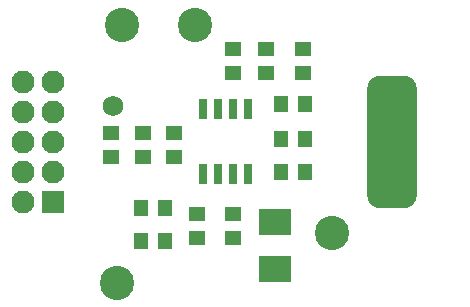
<source format=gts>
G04 Layer_Color=8388736*
%FSLAX25Y25*%
%MOIN*%
G70*
G01*
G75*
%ADD30R,0.05800X0.04800*%
%ADD31R,0.10642X0.08674*%
%ADD32R,0.04800X0.05800*%
%ADD33R,0.03162X0.06902*%
%ADD34C,0.11430*%
G04:AMPARAMS|DCode=35|XSize=441.07mil|YSize=165.48mil|CornerRadius=43.37mil|HoleSize=0mil|Usage=FLASHONLY|Rotation=90.000|XOffset=0mil|YOffset=0mil|HoleType=Round|Shape=RoundedRectangle|*
%AMROUNDEDRECTD35*
21,1,0.44107,0.07874,0,0,90.0*
21,1,0.35433,0.16548,0,0,90.0*
1,1,0.08674,0.03937,0.17717*
1,1,0.08674,0.03937,-0.17717*
1,1,0.08674,-0.03937,-0.17717*
1,1,0.08674,-0.03937,0.17717*
%
%ADD35ROUNDEDRECTD35*%
%ADD36C,0.06800*%
%ADD37R,0.07690X0.07690*%
%ADD38C,0.07690*%
D30*
X193500Y193000D02*
D03*
Y185000D02*
D03*
X172500Y193000D02*
D03*
Y185000D02*
D03*
X183000Y193000D02*
D03*
Y185000D02*
D03*
X236500Y213000D02*
D03*
Y221000D02*
D03*
X213000Y166000D02*
D03*
Y158000D02*
D03*
X224000Y213000D02*
D03*
Y221000D02*
D03*
X213000Y213000D02*
D03*
Y221000D02*
D03*
X201000Y166000D02*
D03*
Y158000D02*
D03*
D31*
X227000Y163030D02*
D03*
X227000Y147500D02*
D03*
D32*
X237000Y180000D02*
D03*
X229000D02*
D03*
X190500Y157000D02*
D03*
X182500D02*
D03*
X229000Y191000D02*
D03*
X237000D02*
D03*
Y202500D02*
D03*
X229000D02*
D03*
X190500Y168000D02*
D03*
X182500D02*
D03*
D33*
X218000Y200728D02*
D03*
X213000D02*
D03*
X208000D02*
D03*
X203000D02*
D03*
X218000Y179272D02*
D03*
X213000D02*
D03*
X208000D02*
D03*
X203000D02*
D03*
D34*
X200500Y229000D02*
D03*
X246000Y159500D02*
D03*
X176000Y229000D02*
D03*
X174500Y143000D02*
D03*
D35*
X266000Y190000D02*
D03*
D36*
X173000Y202000D02*
D03*
D37*
X153000Y170000D02*
D03*
D38*
Y180000D02*
D03*
Y190000D02*
D03*
Y200000D02*
D03*
Y210000D02*
D03*
X143000Y170000D02*
D03*
Y180000D02*
D03*
Y190000D02*
D03*
Y200000D02*
D03*
Y210000D02*
D03*
M02*

</source>
